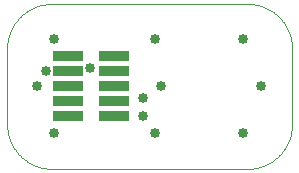
<source format=gbs>
G04 EAGLE Gerber RS-274X export*
G75*
%MOMM*%
%FSLAX35Y35*%
%LPD*%
%INsolder_mask_bottom*%
%IPPOS*%
%AMOC8*
5,1,8,0,0,1.08239X$1,22.5*%
G01*
%ADD10C,0.000000*%
%ADD11R,2.603200X0.963200*%
%ADD12C,0.853200*%


D10*
X0Y1016000D02*
X0Y381000D01*
X0Y1016000D02*
X111Y1025206D01*
X445Y1034407D01*
X1001Y1043598D01*
X1779Y1052772D01*
X2778Y1061924D01*
X3998Y1071050D01*
X5438Y1080144D01*
X7098Y1089200D01*
X8976Y1098214D01*
X11071Y1107179D01*
X13382Y1116092D01*
X15908Y1124945D01*
X18647Y1133735D01*
X21598Y1142457D01*
X24759Y1151104D01*
X28127Y1159673D01*
X31702Y1168158D01*
X35481Y1176554D01*
X39461Y1184856D01*
X43641Y1193060D01*
X48018Y1201160D01*
X52590Y1209152D01*
X57353Y1217031D01*
X62305Y1224793D01*
X67443Y1232433D01*
X72765Y1239946D01*
X78266Y1247329D01*
X83944Y1254577D01*
X89796Y1261685D01*
X95817Y1268650D01*
X102006Y1275467D01*
X108357Y1282133D01*
X114867Y1288643D01*
X121533Y1294994D01*
X128350Y1301183D01*
X135315Y1307204D01*
X142423Y1313056D01*
X149671Y1318734D01*
X157054Y1324235D01*
X164567Y1329557D01*
X172207Y1334695D01*
X179969Y1339647D01*
X187848Y1344410D01*
X195840Y1348982D01*
X203940Y1353359D01*
X212144Y1357539D01*
X220446Y1361519D01*
X228842Y1365298D01*
X237327Y1368873D01*
X245896Y1372241D01*
X254543Y1375402D01*
X263265Y1378353D01*
X272055Y1381092D01*
X280908Y1383618D01*
X289821Y1385929D01*
X298786Y1388024D01*
X307800Y1389902D01*
X316856Y1391562D01*
X325950Y1393002D01*
X335076Y1394222D01*
X344228Y1395221D01*
X353402Y1395999D01*
X362593Y1396555D01*
X371794Y1396889D01*
X381000Y1397000D01*
X0Y381000D02*
X111Y371794D01*
X445Y362593D01*
X1001Y353402D01*
X1779Y344228D01*
X2778Y335076D01*
X3998Y325950D01*
X5438Y316856D01*
X7098Y307800D01*
X8976Y298786D01*
X11071Y289821D01*
X13382Y280908D01*
X15908Y272055D01*
X18647Y263265D01*
X21598Y254543D01*
X24759Y245896D01*
X28127Y237327D01*
X31702Y228842D01*
X35481Y220446D01*
X39461Y212144D01*
X43641Y203940D01*
X48018Y195840D01*
X52590Y187848D01*
X57353Y179969D01*
X62305Y172207D01*
X67443Y164567D01*
X72765Y157054D01*
X78266Y149671D01*
X83944Y142423D01*
X89796Y135315D01*
X95817Y128350D01*
X102006Y121533D01*
X108357Y114867D01*
X114867Y108357D01*
X121533Y102006D01*
X128350Y95817D01*
X135315Y89796D01*
X142423Y83944D01*
X149671Y78266D01*
X157054Y72765D01*
X164567Y67443D01*
X172207Y62305D01*
X179969Y57353D01*
X187848Y52590D01*
X195840Y48018D01*
X203940Y43641D01*
X212144Y39461D01*
X220446Y35481D01*
X228842Y31702D01*
X237327Y28127D01*
X245896Y24759D01*
X254543Y21598D01*
X263265Y18647D01*
X272055Y15908D01*
X280908Y13382D01*
X289821Y11071D01*
X298786Y8976D01*
X307800Y7098D01*
X316856Y5438D01*
X325950Y3998D01*
X335076Y2778D01*
X344228Y1779D01*
X353402Y1001D01*
X362593Y445D01*
X371794Y111D01*
X381000Y0D01*
X2413000Y381000D02*
X2413000Y1016000D01*
X2413000Y381000D02*
X2412889Y371794D01*
X2412555Y362593D01*
X2411999Y353402D01*
X2411221Y344228D01*
X2410222Y335076D01*
X2409002Y325950D01*
X2407562Y316856D01*
X2405902Y307800D01*
X2404024Y298786D01*
X2401929Y289821D01*
X2399618Y280908D01*
X2397092Y272055D01*
X2394353Y263265D01*
X2391402Y254543D01*
X2388241Y245896D01*
X2384873Y237327D01*
X2381298Y228842D01*
X2377519Y220446D01*
X2373539Y212144D01*
X2369359Y203940D01*
X2364982Y195840D01*
X2360410Y187848D01*
X2355647Y179969D01*
X2350695Y172207D01*
X2345557Y164567D01*
X2340235Y157054D01*
X2334734Y149671D01*
X2329056Y142423D01*
X2323204Y135315D01*
X2317183Y128350D01*
X2310994Y121533D01*
X2304643Y114867D01*
X2298133Y108357D01*
X2291467Y102006D01*
X2284650Y95817D01*
X2277685Y89796D01*
X2270577Y83944D01*
X2263329Y78266D01*
X2255946Y72765D01*
X2248433Y67443D01*
X2240793Y62305D01*
X2233031Y57353D01*
X2225152Y52590D01*
X2217160Y48018D01*
X2209060Y43641D01*
X2200856Y39461D01*
X2192554Y35481D01*
X2184158Y31702D01*
X2175673Y28127D01*
X2167104Y24759D01*
X2158457Y21598D01*
X2149735Y18647D01*
X2140945Y15908D01*
X2132092Y13382D01*
X2123179Y11071D01*
X2114214Y8976D01*
X2105200Y7098D01*
X2096144Y5438D01*
X2087050Y3998D01*
X2077924Y2778D01*
X2068772Y1779D01*
X2059598Y1001D01*
X2050407Y445D01*
X2041206Y111D01*
X2032000Y0D01*
X2413000Y1016000D02*
X2412889Y1025206D01*
X2412555Y1034407D01*
X2411999Y1043598D01*
X2411221Y1052772D01*
X2410222Y1061924D01*
X2409002Y1071050D01*
X2407562Y1080144D01*
X2405902Y1089200D01*
X2404024Y1098214D01*
X2401929Y1107179D01*
X2399618Y1116092D01*
X2397092Y1124945D01*
X2394353Y1133735D01*
X2391402Y1142457D01*
X2388241Y1151104D01*
X2384873Y1159673D01*
X2381298Y1168158D01*
X2377519Y1176554D01*
X2373539Y1184856D01*
X2369359Y1193060D01*
X2364982Y1201160D01*
X2360410Y1209152D01*
X2355647Y1217031D01*
X2350695Y1224793D01*
X2345557Y1232433D01*
X2340235Y1239946D01*
X2334734Y1247329D01*
X2329056Y1254577D01*
X2323204Y1261685D01*
X2317183Y1268650D01*
X2310994Y1275467D01*
X2304643Y1282133D01*
X2298133Y1288643D01*
X2291467Y1294994D01*
X2284650Y1301183D01*
X2277685Y1307204D01*
X2270577Y1313056D01*
X2263329Y1318734D01*
X2255946Y1324235D01*
X2248433Y1329557D01*
X2240793Y1334695D01*
X2233031Y1339647D01*
X2225152Y1344410D01*
X2217160Y1348982D01*
X2209060Y1353359D01*
X2200856Y1357539D01*
X2192554Y1361519D01*
X2184158Y1365298D01*
X2175673Y1368873D01*
X2167104Y1372241D01*
X2158457Y1375402D01*
X2149735Y1378353D01*
X2140945Y1381092D01*
X2132092Y1383618D01*
X2123179Y1385929D01*
X2114214Y1388024D01*
X2105200Y1389902D01*
X2096144Y1391562D01*
X2087050Y1393002D01*
X2077924Y1394222D01*
X2068772Y1395221D01*
X2059598Y1395999D01*
X2050407Y1396555D01*
X2041206Y1396889D01*
X2032000Y1397000D01*
X381000Y1397000D01*
X381000Y0D02*
X2032000Y0D01*
D11*
X516500Y952500D03*
X517000Y825500D03*
X517000Y698500D03*
X517000Y571500D03*
X517000Y444500D03*
X907000Y444500D03*
X907000Y571500D03*
X907000Y698500D03*
X907000Y825500D03*
X906000Y952500D03*
D12*
X400000Y1100000D03*
X400000Y300000D03*
X2000000Y300000D03*
X2000000Y1100000D03*
X250000Y700000D03*
X2150000Y700000D03*
X1250000Y1100000D03*
X1250000Y300000D03*
X1150000Y450000D03*
X1150000Y600000D03*
X1300000Y700000D03*
X700000Y850000D03*
X325000Y825500D03*
M02*

</source>
